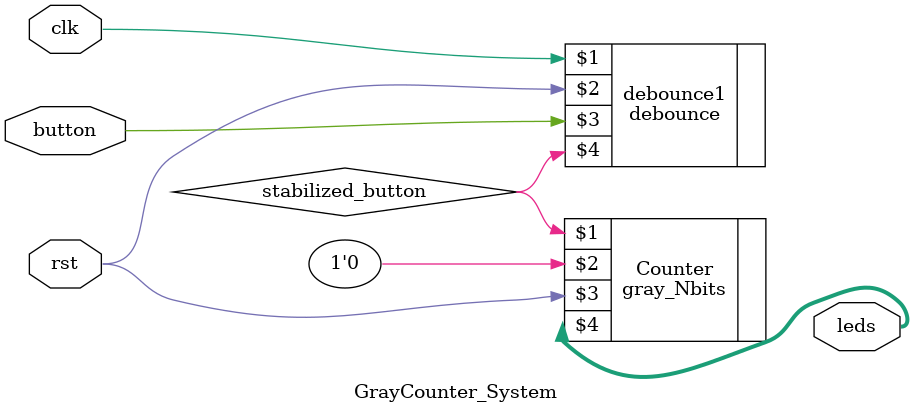
<source format=v>
`timescale 1ns / 100ps
module GrayCounter_System(clk, rst,button, leds);
  parameter N = 4;
  //parameter distance = // How much for 1 Hz when clk period is 10 ns?
  input clk, rst,button;
  output [N-1:0] leds;
  wire pulse;
    
  debounce debounce1(clk,rst,button,stabilized_button);
    
  //GrayCounter_Pulse SecondPulse (clk, rst,stabilized_button, pulse);// Instantiation of the GrayCounter_Pulse 
 
  gray_Nbits Counter(stabilized_button, 1'b0 , rst, leds);// Instantiation of the gray_Nbits 


endmodule
</source>
